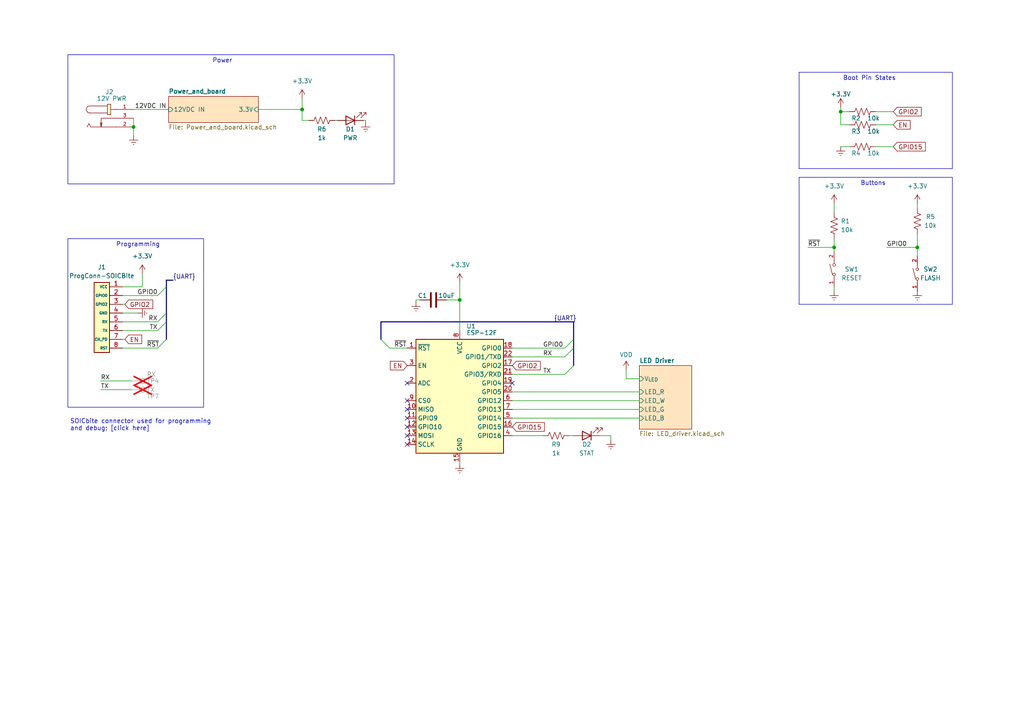
<source format=kicad_sch>
(kicad_sch (version 20230121) (generator eeschema)
  (paper "A4")
  (title_block (title "LED Strip Driver for 12V 5050 Strips") (date "2023-11-25") (rev "v1.0") (comment 1 "jacobbokor.com"))
  (lib_symbols
    (symbol "C5117870_lib:GT-TC060A-H025-L1" (pin_names hide)
      (property "Reference" "U" (at 0 1.27 0))
      (property "Value" "GT-TC060A-H025-L1" (at 0 -2.54 0))
      (symbol "GT-TC060A-H025-L1_0_1"
        (circle (center -1.524 0) (radius 0.381) (fill (type background)))
        (polyline (pts (xy -2.032 0) (xy -2.54 0)))
        (polyline (pts (xy -1.524 0.508) (xy 1.524 1.27)))
        (polyline (pts (xy 1.778 0) (xy 2.54 0)))
        (circle (center 1.27 0) (radius 0.381) (fill (type background)))
        (pin unspecified line (at -5.08 0 0) (length 2.54) (name "1") (number "1"))
        (pin unspecified line (at 5.08 0 180) (length 2.54) (name "2") (number "2"))
      )
    )
    (symbol "Connector:TestPoint" (pin_numbers hide) (pin_names (offset 0.762) hide)
      (property "Reference" "TP" (at 0 6.858 0))
      (property "Value" "TestPoint" (at 0 5.08 0))
      (symbol "TestPoint_0_1"
        (circle (center 0 3.302) (radius 0.762))
      )
      (symbol "TestPoint_1_1"
        (pin passive line (at 0 0 90) (length 2.54) (name "1") (number "1"))
      )
    )
    (symbol "Device:C" (pin_numbers hide) (pin_names (offset 0.254))
      (property "Reference" "C" (at 0.635 2.54 0))
      (property "Value" "C" (at 0.635 -2.54 0))
      (symbol "C_0_1"
        (polyline (pts (xy -2.032 -0.762) (xy 2.032 -0.762)) (stroke (width 0.508)))
        (polyline (pts (xy -2.032 0.762) (xy 2.032 0.762)) (stroke (width 0.508)))
      )
      (symbol "C_1_1"
        (pin passive line (at 0 3.81 270) (length 2.794) (name "~") (number "1"))
        (pin passive line (at 0 -3.81 90) (length 2.794) (name "~") (number "2"))
      )
    )
    (symbol "Device:LED" (pin_numbers hide) (pin_names (offset 1.016) hide)
      (property "Reference" "D" (at 0 2.54 0))
      (property "Value" "LED" (at 0 -2.54 0))
      (symbol "LED_0_1"
        (polyline (pts (xy -1.27 -1.27) (xy -1.27 1.27)) (stroke (width 0.254)))
        (polyline (pts (xy -1.27 0) (xy 1.27 0)))
        (polyline (pts (xy 1.27 -1.27) (xy 1.27 1.27) (xy -1.27 0) (xy 1.27 -1.27)) (stroke (width 0.254)))
        (polyline (pts (xy -3.048 -0.762) (xy -4.572 -2.286) (xy -3.81 -2.286) (xy -4.572 -2.286) (xy -4.572 -1.524)))
        (polyline (pts (xy -1.778 -0.762) (xy -3.302 -2.286) (xy -2.54 -2.286) (xy -3.302 -2.286) (xy -3.302 -1.524)))
      )
      (symbol "LED_1_1"
        (pin passive line (at -3.81 0 0) (length 2.54) (name "K") (number "1"))
        (pin passive line (at 3.81 0 180) (length 2.54) (name "A") (number "2"))
      )
    )
    (symbol "Device:R_US" (pin_numbers hide) (pin_names (offset 0))
      (property "Reference" "R" (at 2.54 0 90))
      (property "Value" "R_US" (at -2.54 0 90))
      (symbol "R_US_0_1"
        (polyline (pts (xy 0 -2.286) (xy 0 -2.54)))
        (polyline (pts (xy 0 2.286) (xy 0 2.54)))
        (polyline (pts (xy 0 -0.762) (xy 1.016 -1.143) (xy 0 -1.524) (xy -1.016 -1.905) (xy 0 -2.286)))
        (polyline (pts (xy 0 0.762) (xy 1.016 0.381) (xy 0 0) (xy -1.016 -0.381) (xy 0 -0.762)))
        (polyline (pts (xy 0 2.286) (xy 1.016 1.905) (xy 0 1.524) (xy -1.016 1.143) (xy 0 0.762)))
      )
      (symbol "R_US_1_1"
        (pin passive line (at 0 3.81 270) (length 1.27) (name "~") (number "1"))
        (pin passive line (at 0 -3.81 90) (length 1.27) (name "~") (number "2"))
      )
    )
    (symbol "RF_Module:ESP-12F"
      (property "Reference" "U" (at -12.7 19.05 0))
      (property "Value" "ESP-12F" (at 12.7 19.05 0))
      (symbol "ESP-12F_0_1"
        (rectangle (start -12.7 17.78) (end 12.7 -15.24) (stroke (width 0.254)) (fill (type background)))
      )
      (symbol "ESP-12F_1_1"
        (pin input line (at -15.24 15.24 0) (length 2.54) (name "~{RST}") (number "1"))
        (pin bidirectional line (at -15.24 -2.54 0) (length 2.54) (name "MISO") (number "10"))
        (pin bidirectional line (at -15.24 -5.08 0) (length 2.54) (name "GPIO9") (number "11"))
        (pin bidirectional line (at -15.24 -7.62 0) (length 2.54) (name "GPIO10") (number "12"))
        (pin bidirectional line (at -15.24 -10.16 0) (length 2.54) (name "MOSI") (number "13"))
        (pin bidirectional line (at -15.24 -12.7 0) (length 2.54) (name "SCLK") (number "14"))
        (pin power_in line (at 0 -17.78 90) (length 2.54) (name "GND") (number "15"))
        (pin bidirectional line (at 15.24 -7.62 180) (length 2.54) (name "GPIO15") (number "16"))
        (pin bidirectional line (at 15.24 10.16 180) (length 2.54) (name "GPIO2") (number "17"))
        (pin bidirectional line (at 15.24 15.24 180) (length 2.54) (name "GPIO0") (number "18"))
        (pin bidirectional line (at 15.24 5.08 180) (length 2.54) (name "GPIO4") (number "19"))
        (pin input line (at -15.24 5.08 0) (length 2.54) (name "ADC") (number "2"))
        (pin bidirectional line (at 15.24 2.54 180) (length 2.54) (name "GPIO5") (number "20"))
        (pin bidirectional line (at 15.24 7.62 180) (length 2.54) (name "GPIO3/RXD") (number "21"))
        (pin bidirectional line (at 15.24 12.7 180) (length 2.54) (name "GPIO1/TXD") (number "22"))
        (pin input line (at -15.24 10.16 0) (length 2.54) (name "EN") (number "3"))
        (pin bidirectional line (at 15.24 -10.16 180) (length 2.54) (name "GPIO16") (number "4"))
        (pin bidirectional line (at 15.24 -5.08 180) (length 2.54) (name "GPIO14") (number "5"))
        (pin bidirectional line (at 15.24 0 180) (length 2.54) (name "GPIO12") (number "6"))
        (pin bidirectional line (at 15.24 -2.54 180) (length 2.54) (name "GPIO13") (number "7"))
        (pin power_in line (at 0 20.32 270) (length 2.54) (name "VCC") (number "8"))
        (pin input line (at -15.24 0 0) (length 2.54) (name "CS0") (number "9"))
      )
    )
    (symbol "dc_jack_lib:DC-470-2_1GP" (pin_names hide)
      (property "Reference" "J2" (at -1.905 9.525 0))
      (property "Value" "DC-470-2_1GP" (at -1.27 6.985 0))
      (symbol "DC-470-2_1GP_0_1"
        (arc (start -5.1879 3.5502) (mid -6.0901 2.4322) (end -4.9723 1.5297))
        (polyline (pts (xy -1.778 -2.54) (xy -1.524 -1.27)))
        (polyline (pts (xy 0 1.524) (xy -5.08 1.524)))
        (polyline (pts (xy 0 3.556) (xy -5.08 3.556)))
        (polyline (pts (xy 2.54 2.54) (xy 1.016 2.54)))
        (polyline (pts (xy 2.54 -2.54) (xy -4.826 -2.54) (xy -5.334 -1.524) (xy -5.842 -2.54)))
        (polyline (pts (xy 2.54 0) (xy -1.778 0) (xy -1.778 -2.54) (xy -2.032 -1.27)))
        (rectangle (start 0 4.064) (end 1.016 1.016) (fill (type background)))
        (pin unspecified line (at 7.62 2.54 180) (length 5.08) (name "1") (number "1"))
        (pin unspecified line (at 7.62 -2.54 180) (length 5.08) (name "2") (number "2"))
        (pin unspecified line (at 7.62 0 180) (length 5.08) (name "3") (number "3"))
      )
    )
    (symbol "jmux-kicadlib:SOICbite-ESP8266" (in_bom no)
      (property "Reference" "J" (at -8.255 -1.905 0))
      (property "Value" "ProgConn-SOICBite" (at -7.62 0.635 0))
      (symbol "SOICbite-ESP8266_1_1"
        (rectangle (start -10.795 22.86) (end -6.35 2.54) (stroke (width 0.254)) (fill (type background)))
        (pin passive line (at -2.54 21.59 180) (length 3.81) (name "VCC") (number "1"))
        (pin passive line (at -2.54 19.05 180) (length 3.81) (name "GPIO0") (number "2"))
        (pin passive line (at -2.54 16.51 180) (length 3.81) (name "GPIO2") (number "3"))
        (pin passive line (at -2.54 13.97 180) (length 3.81) (name "GND") (number "4"))
        (pin passive line (at -2.54 11.43 180) (length 3.81) (name "RX") (number "5"))
        (pin passive line (at -2.54 8.89 180) (length 3.81) (name "TX") (number "6"))
        (pin passive line (at -2.54 6.35 180) (length 3.81) (name "CH_PD") (number "7"))
        (pin passive line (at -2.54 3.81 180) (length 3.81) (name "RST") (number "8"))
      )
    )
    (symbol "power:+3.3V" (power) (pin_names (offset 0))
      (property "Value" "+3.3V" (at 0 3.556 0))
      (symbol "+3.3V_0_1"
        (polyline (pts (xy -0.762 1.27) (xy 0 2.54)))
        (polyline (pts (xy 0 0) (xy 0 2.54)))
        (polyline (pts (xy 0 2.54) (xy 0.762 1.27)))
      )
      (symbol "+3.3V_1_1"
        (pin power_in line (at 0 0 90) (length 0) hide (name "+3.3V") (number "1"))
      )
    )
    (symbol "power:Earth" (power) (pin_names (offset 0))
      (symbol "Earth_0_1"
        (polyline (pts (xy -0.635 -1.905) (xy 0.635 -1.905)))
        (polyline (pts (xy -0.127 -2.54) (xy 0.127 -2.54)))
        (polyline (pts (xy 0 -1.27) (xy 0 0)))
        (polyline (pts (xy 1.27 -1.27) (xy -1.27 -1.27)))
      )
      (symbol "Earth_1_1"
        (pin power_in line (at 0 0 270) (length 0) hide (name "Earth") (number "1"))
      )
    )
    (symbol "power:VDD" (power) (pin_names (offset 0))
      (property "Value" "VDD" (at 0 3.81 0))
      (symbol "VDD_0_1"
        (polyline (pts (xy -0.762 1.27) (xy 0 2.54)))
        (polyline (pts (xy 0 0) (xy 0 2.54)))
        (polyline (pts (xy 0 2.54) (xy 0.762 1.27)))
      )
      (symbol "VDD_1_1"
        (pin power_in line (at 0 0 90) (length 0) hide (name "VDD") (number "1"))
      )
    )
  )
  (junction (at 133.35 86.995))
  (junction (at 266.065 71.755))
  (junction (at 87.63 31.75))
  (junction (at 38.735 36.83))
  (junction (at 243.84 32.385))
  (junction (at 241.935 71.755))
  (no_connect (at 118.11 111.125))
  (no_connect (at 118.11 118.745))
  (no_connect (at 118.11 121.285))
  (no_connect (at 118.11 116.205))
  (no_connect (at 118.11 123.825))
  (no_connect (at 118.11 128.905))
  (no_connect (at 148.59 111.125))
  (no_connect (at 118.11 126.365))
  (bus_entry (at 163.83 100.965) (size 2.54 -2.54))
  (bus_entry (at 163.83 108.585) (size 2.54 -2.54))
  (bus_entry (at 113.03 100.965) (size -2.54 -2.54))
  (bus_entry (at 45.72 93.345) (size 2.54 -2.54))
  (bus_entry (at 45.72 95.885) (size 2.54 -2.54))
  (bus_entry (at 163.83 103.505) (size 2.54 -2.54))
  (bus_entry (at 45.72 85.725) (size 2.54 -2.54))
  (bus_entry (at 45.72 100.965) (size 2.54 -2.54))
  (wire (pts (xy 129.54 86.995) (xy 133.35 86.995)))
  (wire (pts (xy 148.59 108.585) (xy 163.83 108.585)))
  (wire (pts (xy 241.935 83.185) (xy 241.935 84.455)))
  (wire (pts (xy 133.35 86.995) (xy 133.35 95.885)))
  (wire (pts (xy 120.65 86.995) (xy 120.65 87.63)))
  (bus (pts (xy 48.26 83.185) (xy 48.26 90.805)))
  (wire (pts (xy 243.84 32.385) (xy 246.38 32.385)))
  (wire (pts (xy 254 32.385) (xy 259.08 32.385)))
  (bus (pts (xy 110.49 93.345) (xy 166.37 93.345)))
  (bus (pts (xy 48.26 93.345) (xy 48.26 98.425)))
  (polyline (pts (xy 276.225 48.895) (xy 276.225 20.955)))
  (wire (pts (xy 181.61 109.855) (xy 185.42 109.855)))
  (wire (pts (xy 87.63 34.925) (xy 89.535 34.925)))
  (bus (pts (xy 110.49 98.425) (xy 110.49 93.345)))
  (wire (pts (xy 257.175 71.755) (xy 266.065 71.755)))
  (wire (pts (xy 234.315 71.755) (xy 241.935 71.755)))
  (wire (pts (xy 266.065 67.945) (xy 266.065 71.755)))
  (wire (pts (xy 35.56 100.965) (xy 45.72 100.965)))
  (wire (pts (xy 148.59 116.205) (xy 185.42 116.205)))
  (wire (pts (xy 29.21 113.03) (xy 38.1 113.03)))
  (wire (pts (xy 38.735 31.75) (xy 48.895 31.75)))
  (wire (pts (xy 241.935 71.755) (xy 241.935 73.025)))
  (wire (pts (xy 254 36.195) (xy 259.08 36.195)))
  (wire (pts (xy 241.935 59.055) (xy 241.935 61.595)))
  (wire (pts (xy 181.61 107.315) (xy 181.61 109.855)))
  (polyline (pts (xy 231.775 51.435) (xy 276.225 51.435)))
  (wire (pts (xy 35.56 93.345) (xy 45.72 93.345)))
  (polyline (pts (xy 276.225 88.265) (xy 276.225 51.435)))
  (wire (pts (xy 41.275 83.185) (xy 35.56 83.185)))
  (wire (pts (xy 177.165 126.365) (xy 173.99 126.365)))
  (wire (pts (xy 38.735 34.29) (xy 38.735 36.83)))
  (wire (pts (xy 148.59 118.745) (xy 185.42 118.745)))
  (wire (pts (xy 87.63 31.75) (xy 87.63 34.925)))
  (wire (pts (xy 243.84 32.385) (xy 243.84 36.195)))
  (wire (pts (xy 74.93 31.75) (xy 87.63 31.75)))
  (wire (pts (xy 177.165 127.635) (xy 177.165 126.365)))
  (bus (pts (xy 48.26 81.28) (xy 48.26 83.185)))
  (wire (pts (xy 148.59 126.365) (xy 157.48 126.365)))
  (wire (pts (xy 38.735 36.83) (xy 38.735 39.37)))
  (wire (pts (xy 266.065 71.755) (xy 266.065 74.295)))
  (wire (pts (xy 35.56 98.425) (xy 36.195 98.425)))
  (bus (pts (xy 166.37 93.345) (xy 166.37 98.425)))
  (wire (pts (xy 148.59 103.505) (xy 163.83 103.505)))
  (bus (pts (xy 48.26 81.28) (xy 50.165 81.28)))
  (wire (pts (xy 35.56 88.265) (xy 36.195 88.265)))
  (polyline (pts (xy 231.775 88.265) (xy 276.225 88.265)))
  (wire (pts (xy 148.59 100.965) (xy 163.83 100.965)))
  (wire (pts (xy 241.935 69.215) (xy 241.935 71.755)))
  (bus (pts (xy 166.37 100.965) (xy 166.37 106.045)))
  (wire (pts (xy 266.065 60.325) (xy 266.065 59.055)))
  (polyline (pts (xy 231.775 51.435) (xy 231.775 88.265)))
  (wire (pts (xy 148.59 121.285) (xy 185.42 121.285)))
  (wire (pts (xy 165.1 126.365) (xy 166.37 126.365)))
  (polyline (pts (xy 231.775 48.895) (xy 276.225 48.895)))
  (wire (pts (xy 148.59 113.665) (xy 185.42 113.665)))
  (wire (pts (xy 97.155 34.925) (xy 97.79 34.925)))
  (wire (pts (xy 243.84 31.115) (xy 243.84 32.385)))
  (wire (pts (xy 35.56 90.805) (xy 40.005 90.805)))
  (wire (pts (xy 254 42.545) (xy 259.08 42.545)))
  (wire (pts (xy 133.35 134.62) (xy 133.35 133.985)))
  (wire (pts (xy 120.65 86.995) (xy 121.92 86.995)))
  (polyline (pts (xy 231.775 20.955) (xy 231.775 48.895)))
  (wire (pts (xy 133.35 81.915) (xy 133.35 86.995)))
  (wire (pts (xy 29.21 110.49) (xy 38.1 110.49)))
  (wire (pts (xy 35.56 95.885) (xy 45.72 95.885)))
  (wire (pts (xy 243.84 36.195) (xy 246.38 36.195)))
  (wire (pts (xy 243.84 42.545) (xy 246.38 42.545)))
  (bus (pts (xy 48.26 90.805) (xy 48.26 93.345)))
  (wire (pts (xy 35.56 85.725) (xy 45.72 85.725)))
  (polyline (pts (xy 276.225 20.955) (xy 231.775 20.955)))
  (bus (pts (xy 166.37 100.965) (xy 166.37 98.425)))
  (wire (pts (xy 106.045 34.925) (xy 105.41 34.925)))
  (wire (pts (xy 118.11 100.965) (xy 113.03 100.965)))
  (wire (pts (xy 41.275 79.375) (xy 41.275 83.185)))
  (wire (pts (xy 87.63 28.575) (xy 87.63 31.75)))
  (wire (pts (xy 106.045 34.925) (xy 106.045 35.56)))
  (rectangle (start 19.685 15.875) (end 114.3 53.34))
  (rectangle (start 19.685 69.215) (end 59.055 118.11))
  (text "Buttons\n" (at 249.555 53.975 0) (effects (font (size 1.27 1.27)) (justify left bottom)))
  (text "Programming" (at 33.655 71.755 0) (effects (font (size 1.27 1.27)) (justify left bottom)))
  (text "Power" (at 61.595 18.415 0) (effects (font (size 1.27 1.27)) (justify left bottom)))
  (text "SOICbite connector used for programming \nand debug; [click here]" (at 20.32 125.095 0) (effects (font (size 1.27 1.27)) (justify left bottom)))
  (text "Boot Pin States" (at 244.475 23.495 0) (effects (font (size 1.27 1.27)) (justify left bottom)))
  (label "GPIO0" (at 45.72 85.725 180))
  (label "TX" (at 157.48 108.585 0))
  (label "RX" (at 29.21 110.49 0))
  (label "GPIO0" (at 257.175 71.755 0))
  (label "RX" (at 157.48 103.505 0))
  (label "RX" (at 45.72 93.345 180))
  (label "~{RST}" (at 42.545 100.965 0))
  (label "{UART}" (at 50.165 81.28 0))
  (label "TX" (at 45.72 95.885 180))
  (label "{UART}" (at 160.655 93.345 0))
  (label "~{RST}" (at 114.3 100.965 0))
  (label "TX" (at 29.21 113.03 0))
  (label "12VDC IN" (at 48.26 31.75 180))
  (label "~{RST}" (at 234.315 71.755 0))
  (label "GPIO0" (at 157.48 100.965 0))
  (global_label "GPIO2" (shape input) (at 148.59 106.045 0) (property "Intersheetrefs" "${INTERSHEET_REFS}" (effects hide)))
  (global_label "GPIO2" (shape input) (at 36.195 88.265 0) (property "Intersheetrefs" "${INTERSHEET_REFS}" (effects hide)))
  (global_label "GPIO15" (shape input) (at 259.08 42.545 0) (property "Intersheetrefs" "${INTERSHEET_REFS}" (effects hide)))
  (global_label "GPIO15" (shape input) (at 148.59 123.825 0) (property "Intersheetrefs" "${INTERSHEET_REFS}" (effects hide)))
  (global_label "EN" (shape input) (at 118.11 106.045 180) (property "Intersheetrefs" "${INTERSHEET_REFS}" (effects hide)))
  (global_label "GPIO2" (shape input) (at 259.08 32.385 0) (property "Intersheetrefs" "${INTERSHEET_REFS}" (effects hide)))
  (global_label "EN" (shape input) (at 259.08 36.195 0) (property "Intersheetrefs" "${INTERSHEET_REFS}" (effects hide)))
  (global_label "EN" (shape input) (at 36.195 98.425 0) (property "Intersheetrefs" "${INTERSHEET_REFS}" (effects hide)))
  (symbol (lib_id "Connector:TestPoint") (at 38.1 113.03 270) (unit 1) (in_bom no) (on_board no) (dnp yes)
    (property "Reference" "TP7" (at 42.545 114.935 90) (effects (justify left)))
    (property "Value" "TX" (at 42.545 113.03 90) (effects (justify left)))
    (property "Footprint" "TestPoint:TestPoint_Pad_D2.0mm" (effects hide))
    (property "Sim.Enable" "0" (effects hide))
    (property "LCSC" "-" (effects hide))
  )
  (symbol (lib_id "power:+3.3V") (at 87.63 28.575 0) (unit 1)
    (property "Reference" "#PWR07" (effects hide))
    (property "Value" "+3.3V" (at 87.63 23.495 0))
  )
  (symbol (lib_id "power:+3.3V") (at 243.84 31.115 0) (unit 1)
    (property "Reference" "#PWR01" (effects hide))
    (property "Value" "+3.3V" (at 243.84 27.305 0))
  )
  (symbol (lib_id "power:Earth") (at 241.935 84.455 0) (unit 1)
    (property "Reference" "#PWR04" (effects hide))
    (property "Value" "Earth" (effects hide))
  )
  (symbol (lib_id "power:+3.3V") (at 266.065 59.055 0) (unit 1)
    (property "Reference" "#PWR05" (effects hide))
    (property "Value" "+3.3V" (at 266.065 53.975 0))
  )
  (symbol (lib_id "power:Earth") (at 40.005 90.805 90) (unit 1)
    (property "Reference" "#PWR010" (effects hide))
    (property "Value" "Earth" (effects hide))
  )
  (symbol (lib_id "power:Earth") (at 38.735 39.37 0) (mirror y) (unit 1)
    (property "Reference" "#PWR014" (effects hide))
    (property "Value" "Earth" (effects hide))
  )
  (symbol (lib_id "Device:LED") (at 170.18 126.365 180) (unit 1)
    (property "Reference" "D2" (at 170.18 128.905 0))
    (property "Value" "STAT" (at 170.18 131.445 0))
    (property "Footprint" "LED_SMD:LED_0805_2012Metric_Pad1.15x1.40mm_HandSolder" (effects hide))
    (property "Vendor" "https://www.lcsc.com/product-detail/Light-Emitting-Diodes-LED_Foshan-NationStar-Optoelectronics-NCD1206B1_C130717.html" (effects hide))
    (property "LCSC" "C84256" (effects hide))
  )
  (symbol (lib_id "power:+3.3V") (at 241.935 59.055 0) (unit 1)
    (property "Reference" "#PWR03" (effects hide))
    (property "Value" "+3.3V" (at 241.935 53.975 0))
  )
  (symbol (lib_id "power:VDD") (at 181.61 107.315 0) (unit 1)
    (property "Reference" "#PWR023" (effects hide))
    (property "Value" "VDD" (at 181.61 102.87 0))
  )
  (symbol (lib_id "power:Earth") (at 266.065 84.455 0) (unit 1)
    (property "Reference" "#PWR06" (effects hide))
    (property "Value" "Earth" (effects hide))
  )
  (symbol (lib_id "power:Earth") (at 243.84 42.545 0) (unit 1)
    (property "Reference" "#PWR02" (effects hide))
    (property "Value" "Earth" (effects hide))
  )
  (symbol (lib_id "power:Earth") (at 133.35 134.62 0) (unit 1)
    (property "Reference" "#PWR019" (effects hide))
    (property "Value" "Earth" (effects hide))
  )
  (symbol (lib_id "Device:R_US") (at 266.065 64.135 180) (unit 1)
    (property "Reference" "R5" (at 269.875 62.865 0))
    (property "Value" "10k" (at 269.875 65.405 0))
    (property "Footprint" "Resistor_SMD:R_0805_2012Metric_Pad1.20x1.40mm_HandSolder" (effects hide))
    (property "Vendor" "https://www.lcsc.com/product-detail/Chip-Resistor-Surface-Mount_FOJAN-FRQ0805F1002TS_C5159708.html" (effects hide))
    (property "LCSC" "C17414" (effects hide))
  )
  (symbol (lib_id "power:+3.3V") (at 133.35 81.915 0) (unit 1)
    (property "Reference" "#PWR018" (effects hide))
    (property "Value" "+3.3V" (at 133.35 76.835 0))
  )
  (symbol (lib_id "dc_jack_lib:DC-470-2_1GP") (at 31.115 34.29 0) (unit 1)
    (property "Reference" "J2" (at 31.75 26.67 0))
    (property "Value" "12V PWR" (at 32.385 28.575 0))
    (property "Footprint" "Connector_BarrelJack:BarrelJack_GCT_DCJ200-10-A_Horizontal" (effects hide))
    (property "Datasheet" "https://so.szlcsc.com/global.html?c=&k=C194407" (effects hide))
    (property "LCSC" "C194407" (effects hide))
    (property "Vendor" "https://www.lcsc.com/product-detail/AC-span-style-background-color-ff0-DC-span-span-style-background-color-ff0-Power-span-Connectors_GANGYUAN-DC-470-2-1GP_C194407.html" (effects hide))
  )
  (symbol (lib_id "C5117870_lib:GT-TC060A-H025-L1") (at 241.935 78.105 90) (unit 1)
    (property "Reference" "SW1" (at 247.015 78.105 90))
    (property "Value" "RESET" (at 247.015 80.645 90))
    (property "Footprint" "Button_Switch_SMD:SW_SPST_TL3342" (effects hide))
    (property "LCSC" "C318884" (effects hide))
    (property "Vendor" "https://www.lcsc.com/product-detail/Tactile-Switches_G-Switch-GT-TC060A-H025-L1_C5117870.html" (effects hide))
  )
  (symbol (lib_id "power:Earth") (at 120.65 87.63 0) (unit 1)
    (property "Reference" "#PWR017" (effects hide))
    (property "Value" "Earth" (effects hide))
  )
  (symbol (lib_id "power:Earth") (at 177.165 127.635 0) (mirror y) (unit 1)
    (property "Reference" "#PWR021" (effects hide))
    (property "Value" "Earth" (effects hide))
  )
  (symbol (lib_id "Device:R_US") (at 250.19 32.385 90) (unit 1)
    (property "Reference" "R2" (at 248.285 34.29 90))
    (property "Value" "10k" (at 253.365 34.29 90))
    (property "Footprint" "Resistor_SMD:R_0805_2012Metric_Pad1.20x1.40mm_HandSolder" (effects hide))
    (property "Vendor" "https://www.lcsc.com/product-detail/Chip-Resistor-Surface-Mount_FOJAN-FRQ0805F1002TS_C5159708.html" (effects hide))
    (property "LCSC" "C17414" (effects hide))
  )
  (symbol (lib_id "Device:R_US") (at 250.19 36.195 90) (unit 1)
    (property "Reference" "R3" (at 248.285 38.1 90))
    (property "Value" "10k" (at 253.365 38.1 90))
    (property "Footprint" "Resistor_SMD:R_0805_2012Metric_Pad1.20x1.40mm_HandSolder" (effects hide))
    (property "Vendor" "https://www.lcsc.com/product-detail/Chip-Resistor-Surface-Mount_FOJAN-FRQ0805F1002TS_C5159708.html" (effects hide))
    (property "LCSC" "C17414" (effects hide))
  )
  (symbol (lib_id "power:+3.3V") (at 41.275 79.375 0) (unit 1)
    (property "Reference" "#PWR09" (effects hide))
    (property "Value" "+3.3V" (at 41.275 74.295 0))
  )
  (symbol (lib_id "C5117870_lib:GT-TC060A-H025-L1") (at 266.065 79.375 90) (unit 1)
    (property "Reference" "SW2" (at 269.875 78.105 90))
    (property "Value" "FLASH" (at 269.875 80.645 90))
    (property "Footprint" "Button_Switch_SMD:SW_SPST_TL3342" (effects hide))
    (property "LCSC" "C318884" (effects hide))
    (property "Vendor" "https://www.lcsc.com/product-detail/Tactile-Switches_G-Switch-GT-TC060A-H025-L1_C5117870.html" (effects hide))
  )
  (symbol (lib_id "Device:R_US") (at 161.29 126.365 270) (unit 1)
    (property "Reference" "R9" (at 161.29 128.905 90))
    (property "Value" "1k" (at 161.29 131.445 90))
    (property "Footprint" "Resistor_SMD:R_0805_2012Metric_Pad1.20x1.40mm_HandSolder" (effects hide))
    (property "LCSC" " C17513 " (effects hide))
    (property "Description" "125mW Thick Film Resistors ±100ppm/℃ ±1% 1kΩ 0805 Chip Resistor - Surface Mount ROHS" (effects hide))
  )
  (symbol (lib_id "Device:R_US") (at 241.935 65.405 0) (unit 1)
    (property "Reference" "R1" (at 243.84 64.1349 0) (effects (justify left)))
    (property "Value" "10k" (at 243.84 66.6749 0) (effects (justify left)))
    (property "Footprint" "Resistor_SMD:R_0805_2012Metric_Pad1.20x1.40mm_HandSolder" (effects hide))
    (property "Vendor" "https://www.lcsc.com/product-detail/Chip-Resistor-Surface-Mount_FOJAN-FRQ0805F1002TS_C5159708.html" (effects hide))
    (property "LCSC" "C17414" (effects hide))
  )
  (symbol (lib_id "power:Earth") (at 106.045 35.56 0) (mirror y) (unit 1)
    (property "Reference" "#PWR08" (effects hide))
    (property "Value" "Earth" (effects hide))
  )
  (symbol (lib_id "RF_Module:ESP-12F") (at 133.35 116.205 0) (unit 1)
    (property "Reference" "U1" (at 135.255 94.615 0) (effects (justify left)))
    (property "Value" "ESP-12F" (at 135.255 96.52 0) (effects (justify left)))
    (property "Footprint" "RF_Module:ESP-12E" (effects hide))
    (property "Datasheet" "http://wiki.ai-thinker.com/_media/esp8266/esp8266_series_modules_user_manual_v1.1.pdf" (effects hide))
    (property "LCSC" " C82891 " (effects hide))
  )
  (symbol (lib_id "Connector:TestPoint") (at 38.1 110.49 270) (unit 1) (in_bom no) (on_board no) (dnp yes)
    (property "Reference" "TP4" (at 42.545 110.49 90) (effects (justify left)))
    (property "Value" "RX" (at 42.545 108.585 90) (effects (justify left)))
    (property "Footprint" "TestPoint:TestPoint_Pad_D2.0mm" (effects hide))
    (property "Sim.Enable" "0" (effects hide))
    (property "LCSC" "-" (effects hide))
  )
  (symbol (lib_id "Device:R_US") (at 250.19 42.545 90) (unit 1)
    (property "Reference" "R4" (at 248.285 44.45 90))
    (property "Value" "10k" (at 253.365 44.45 90))
    (property "Footprint" "Resistor_SMD:R_0805_2012Metric_Pad1.20x1.40mm_HandSolder" (effects hide))
    (property "Vendor" "https://www.lcsc.com/product-detail/Chip-Resistor-Surface-Mount_FOJAN-FRQ0805F1002TS_C5159708.html" (effects hide))
    (property "LCSC" "C17414" (effects hide))
  )
  (symbol (lib_id "Device:LED") (at 101.6 34.925 180) (unit 1)
    (property "Reference" "D1" (at 101.6 37.465 0))
    (property "Value" "PWR" (at 101.6 40.005 0))
    (property "Footprint" "LED_SMD:LED_0805_2012Metric_Pad1.15x1.40mm_HandSolder" (effects hide))
    (property "Vendor" "https://www.lcsc.com/product-detail/Light-Emitting-Diodes-LED_Foshan-NationStar-Optoelectronics-NCD1206B1_C130717.html" (effects hide))
    (property "LCSC" "C84256" (effects hide))
  )
  (symbol (lib_id "Device:C") (at 125.73 86.995 270) (unit 1)
    (property "Reference" "C1" (at 122.555 85.725 90))
    (property "Value" "10uF" (at 129.54 85.725 90))
    (property "Footprint" "Capacitor_SMD:C_0805_2012Metric_Pad1.18x1.45mm_HandSolder" (effects hide))
    (property "Vendor" "https://www.lcsc.com/product-detail/Multilayer-Ceramic-Capacitors-MLCC-SMD-SMT_Murata-Electronics-GRM21BR61C106KE15L_C77075.html" (effects hide))
    (property "LCSC" "C15850" (effects hide))
  )
  (symbol (lib_id "Device:R_US") (at 93.345 34.925 270) (unit 1)
    (property "Reference" "R6" (at 93.345 37.465 90))
    (property "Value" "1k" (at 93.345 40.005 90))
    (property "Footprint" "Resistor_SMD:R_0805_2012Metric_Pad1.20x1.40mm_HandSolder" (effects hide))
    (property "LCSC" " C17513 " (effects hide))
    (property "Description" "125mW Thick Film Resistors ±100ppm/℃ ±1% 1kΩ 0805 Chip Resistor - Surface Mount ROHS" (effects hide))
  )
  (symbol (lib_id "jmux-kicadlib:SOICbite-ESP8266") (at 38.1 104.775 0) (unit 1) (in_bom no)
    (property "Reference" "J1" (at 29.5275 77.47 0))
    (property "Value" "ProgConn-SOICBite" (at 29.5275 80.01 0))
    (property "Footprint" "jmux-footprints:SOIC_clipProgESP8266" (effects hide))
    (property "LCSC" "-" (effects hide))
  )
  (sheet (at 185.42 106.045) (size 15.24 18.415) (stroke (width 0.1524)) (fill (color 255 229 191 1.0000))
    (property "Sheetname" "LED Driver" (at 185.42 105.3334 0) (effects (font bold) (justify left bottom)))
    (property "Sheetfile" "LED_driver.kicad_sch" (at 185.42 125.0446 0) (effects (justify left top)))
    (pin "LED_B" input (at 185.42 121.285 180))
    (pin "LED_R" input (at 185.42 113.665 180))
    (pin "LED_G" input (at 185.42 118.745 180))
    (pin "V_{LED}" input (at 185.42 109.855 180))
    (pin "LED_W" input (at 185.42 116.205 180))
  )
  (sheet (at 48.895 27.94) (size 26.035 7.62) (stroke (width 0.1524)) (fill (color 255 229 191 1.0000))
    (property "Sheetname" "Power_and_board" (at 48.895 27.2284 0) (effects (font bold) (justify left bottom)))
    (property "Sheetfile" "Power_and_board.kicad_sch" (at 48.895 36.1446 0) (effects (justify left top)))
    (pin "12VDC IN" input (at 48.895 31.75 180))
    (pin "3.3V" input (at 74.93 31.75 0))
  )
)
</source>
